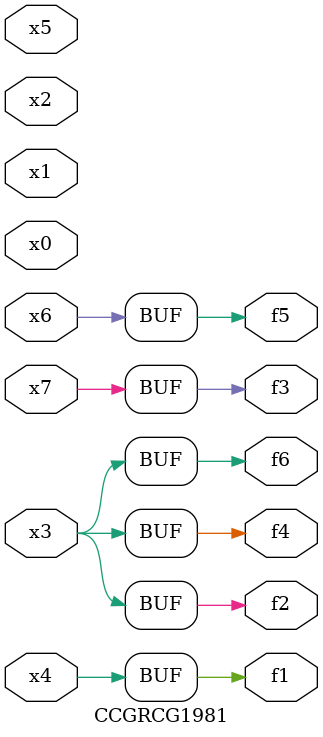
<source format=v>
module CCGRCG1981(
	input x0, x1, x2, x3, x4, x5, x6, x7,
	output f1, f2, f3, f4, f5, f6
);
	assign f1 = x4;
	assign f2 = x3;
	assign f3 = x7;
	assign f4 = x3;
	assign f5 = x6;
	assign f6 = x3;
endmodule

</source>
